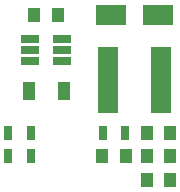
<source format=gtp>
G04 #@! TF.GenerationSoftware,KiCad,Pcbnew,(5.1.7)-1*
G04 #@! TF.CreationDate,2021-11-13T23:39:05+01:00*
G04 #@! TF.ProjectId,psu-module-positive,7073752d-6d6f-4647-956c-652d706f7369,rev?*
G04 #@! TF.SameCoordinates,Original*
G04 #@! TF.FileFunction,Paste,Top*
G04 #@! TF.FilePolarity,Positive*
%FSLAX46Y46*%
G04 Gerber Fmt 4.6, Leading zero omitted, Abs format (unit mm)*
G04 Created by KiCad (PCBNEW (5.1.7)-1) date 2021-11-13 23:39:05*
%MOMM*%
%LPD*%
G01*
G04 APERTURE LIST*
%ADD10R,1.000000X1.250000*%
%ADD11R,0.700000X1.300000*%
%ADD12R,2.500000X1.800000*%
%ADD13R,1.000000X1.600000*%
%ADD14R,1.560000X0.650000*%
%ADD15R,1.700000X5.700000*%
G04 APERTURE END LIST*
D10*
X25500000Y-20500000D03*
X23500000Y-20500000D03*
D11*
X25450000Y-18500000D03*
X23550000Y-18500000D03*
X17450000Y-18500000D03*
X15550000Y-18500000D03*
X17450000Y-20500000D03*
X15550000Y-20500000D03*
D10*
X27250000Y-22500000D03*
X29250000Y-22500000D03*
X27250000Y-20500000D03*
X29250000Y-20500000D03*
D12*
X28250000Y-8500000D03*
X24250000Y-8500000D03*
D10*
X27250000Y-18500000D03*
X29250000Y-18500000D03*
X19750000Y-8500000D03*
X17750000Y-8500000D03*
D13*
X17250000Y-15000000D03*
X20250000Y-15000000D03*
D14*
X17400000Y-10550000D03*
X17400000Y-11500000D03*
X17400000Y-12450000D03*
X20100000Y-12450000D03*
X20100000Y-10550000D03*
X20100000Y-11500000D03*
D15*
X24000000Y-14000000D03*
X28500000Y-14000000D03*
M02*

</source>
